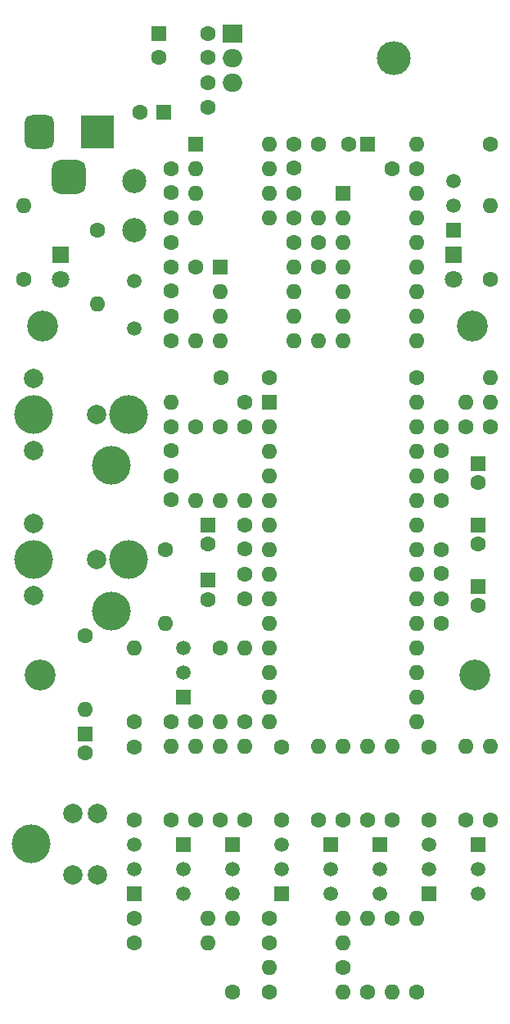
<source format=gts>
%TF.GenerationSoftware,KiCad,Pcbnew,7.0.6*%
%TF.CreationDate,2024-08-31T12:14:03+02:00*%
%TF.ProjectId,Analog-Video-Comb-Filter,416e616c-6f67-42d5-9669-64656f2d436f,rev?*%
%TF.SameCoordinates,PX71d9820PY9157080*%
%TF.FileFunction,Soldermask,Top*%
%TF.FilePolarity,Negative*%
%FSLAX46Y46*%
G04 Gerber Fmt 4.6, Leading zero omitted, Abs format (unit mm)*
G04 Created by KiCad (PCBNEW 7.0.6) date 2024-08-31 12:14:03*
%MOMM*%
%LPD*%
G01*
G04 APERTURE LIST*
G04 Aperture macros list*
%AMRoundRect*
0 Rectangle with rounded corners*
0 $1 Rounding radius*
0 $2 $3 $4 $5 $6 $7 $8 $9 X,Y pos of 4 corners*
0 Add a 4 corners polygon primitive as box body*
4,1,4,$2,$3,$4,$5,$6,$7,$8,$9,$2,$3,0*
0 Add four circle primitives for the rounded corners*
1,1,$1+$1,$2,$3*
1,1,$1+$1,$4,$5*
1,1,$1+$1,$6,$7*
1,1,$1+$1,$8,$9*
0 Add four rect primitives between the rounded corners*
20,1,$1+$1,$2,$3,$4,$5,0*
20,1,$1+$1,$4,$5,$6,$7,0*
20,1,$1+$1,$6,$7,$8,$9,0*
20,1,$1+$1,$8,$9,$2,$3,0*%
G04 Aperture macros list end*
%ADD10C,1.600000*%
%ADD11O,1.600000X1.600000*%
%ADD12R,1.600000X1.600000*%
%ADD13R,3.500000X3.500000*%
%ADD14RoundRect,0.750000X-0.750000X-1.000000X0.750000X-1.000000X0.750000X1.000000X-0.750000X1.000000X0*%
%ADD15RoundRect,0.875000X-0.875000X-0.875000X0.875000X-0.875000X0.875000X0.875000X-0.875000X0.875000X0*%
%ADD16C,2.500000*%
%ADD17R,1.500000X1.500000*%
%ADD18C,1.500000*%
%ADD19O,3.500000X3.500000*%
%ADD20R,2.000000X1.905000*%
%ADD21O,2.000000X1.905000*%
%ADD22C,2.000000*%
%ADD23C,4.000000*%
%ADD24C,3.200000*%
%ADD25R,1.800000X1.800000*%
%ADD26C,1.800000*%
G04 APERTURE END LIST*
D10*
%TO.C,R3*%
X25400000Y2540000D03*
D11*
X25400000Y10160000D03*
%TD*%
D10*
%TO.C,C10*%
X15240000Y27820000D03*
X15240000Y20320000D03*
%TD*%
D12*
%TO.C,U4*%
X36830000Y85090000D03*
D11*
X36830000Y82550000D03*
X36830000Y80010000D03*
X36830000Y77470000D03*
X36830000Y74930000D03*
X36830000Y72390000D03*
X36830000Y69850000D03*
X44450000Y69850000D03*
X44450000Y72390000D03*
X44450000Y74930000D03*
X44450000Y77470000D03*
X44450000Y80010000D03*
X44450000Y82550000D03*
X44450000Y85090000D03*
%TD*%
D10*
%TO.C,R24*%
X15240000Y7620000D03*
D11*
X22860000Y7620000D03*
%TD*%
D10*
%TO.C,L1*%
X10160000Y39370000D03*
D11*
X10160000Y31750000D03*
%TD*%
D10*
%TO.C,R21*%
X19050000Y20320000D03*
D11*
X19050000Y27940000D03*
%TD*%
D10*
%TO.C,R6*%
X26670000Y20320000D03*
D11*
X26670000Y27940000D03*
%TD*%
D10*
%TO.C,C11*%
X31750000Y90170000D03*
X31750000Y87670000D03*
%TD*%
%TO.C,R1*%
X3810000Y76200000D03*
D11*
X3810000Y83820000D03*
%TD*%
D10*
%TO.C,R5*%
X39370000Y2540000D03*
D11*
X39370000Y10160000D03*
%TD*%
D10*
%TO.C,R19*%
X24130000Y38100000D03*
D11*
X24130000Y30480000D03*
%TD*%
D12*
%TO.C,U2*%
X29210000Y63500000D03*
D11*
X29210000Y60960000D03*
X29210000Y58420000D03*
X29210000Y55880000D03*
X29210000Y53340000D03*
X29210000Y50800000D03*
X29210000Y48260000D03*
X29210000Y45720000D03*
X29210000Y43180000D03*
X29210000Y40640000D03*
X29210000Y38100000D03*
X29210000Y35560000D03*
X29210000Y33020000D03*
X29210000Y30480000D03*
X44450000Y30480000D03*
X44450000Y33020000D03*
X44450000Y35560000D03*
X44450000Y38100000D03*
X44450000Y40640000D03*
X44450000Y43180000D03*
X44450000Y45720000D03*
X44450000Y48260000D03*
X44450000Y50800000D03*
X44450000Y53340000D03*
X44450000Y55880000D03*
X44450000Y58420000D03*
X44450000Y60960000D03*
X44450000Y63500000D03*
%TD*%
D10*
%TO.C,C8*%
X22860000Y93980000D03*
X22860000Y96480000D03*
%TD*%
%TO.C,C29*%
X31750000Y82550000D03*
X31750000Y85050000D03*
%TD*%
D12*
%TO.C,C3*%
X17780000Y101600000D03*
D10*
X17780000Y99100000D03*
%TD*%
%TO.C,C19*%
X19050000Y69850000D03*
X19050000Y72350000D03*
%TD*%
%TO.C,R4*%
X41910000Y20320000D03*
D11*
X41910000Y27940000D03*
%TD*%
D10*
%TO.C,R20*%
X15240000Y30480000D03*
D11*
X15240000Y38100000D03*
%TD*%
D10*
%TO.C,L6*%
X49530000Y60960000D03*
D11*
X49530000Y63500000D03*
%TD*%
D13*
%TO.C,J1*%
X11430000Y91440000D03*
D14*
X5430000Y91440000D03*
D15*
X8430000Y86740000D03*
%TD*%
D16*
%TO.C,C24*%
X15240000Y81280000D03*
X15240000Y86360000D03*
%TD*%
D10*
%TO.C,C21*%
X19050000Y80010000D03*
X19050000Y82510000D03*
%TD*%
%TO.C,C17*%
X29210000Y66040000D03*
X24210000Y66040000D03*
%TD*%
D17*
%TO.C,Q3*%
X45720000Y12700000D03*
D18*
X45720000Y15240000D03*
X45720000Y17780000D03*
%TD*%
D10*
%TO.C,R8*%
X49530000Y20320000D03*
D11*
X49530000Y27940000D03*
%TD*%
D10*
%TO.C,C26*%
X19050000Y85130000D03*
X19050000Y87630000D03*
%TD*%
D12*
%TO.C,C9*%
X39370000Y90170000D03*
D10*
X37370000Y90170000D03*
%TD*%
%TO.C,C4*%
X45720000Y27820000D03*
X45720000Y20320000D03*
%TD*%
D17*
%TO.C,Q2*%
X25400000Y17780000D03*
D18*
X25400000Y15240000D03*
X25400000Y12700000D03*
%TD*%
D10*
%TO.C,C33*%
X46990000Y60960000D03*
X46990000Y58460000D03*
%TD*%
D19*
%TO.C,U1*%
X42060000Y99060000D03*
D20*
X25400000Y101600000D03*
D21*
X25400000Y99060000D03*
X25400000Y96520000D03*
%TD*%
D10*
%TO.C,R9*%
X34290000Y20320000D03*
D11*
X34290000Y27940000D03*
%TD*%
D22*
%TO.C,J3*%
X4805000Y43485000D03*
X11305000Y47230000D03*
X4805000Y50975000D03*
D23*
X14605000Y47230000D03*
X4805000Y47230000D03*
X12805000Y41930000D03*
%TD*%
D17*
%TO.C,Q1*%
X40640000Y17780000D03*
D18*
X40640000Y15240000D03*
X40640000Y12700000D03*
%TD*%
D10*
%TO.C,R13*%
X44450000Y2540000D03*
D11*
X44450000Y10160000D03*
%TD*%
D10*
%TO.C,R27*%
X26670000Y63500000D03*
D11*
X19050000Y63500000D03*
%TD*%
D10*
%TO.C,C2*%
X19050000Y30480000D03*
X21550000Y30480000D03*
%TD*%
D18*
%TO.C,Y1*%
X15240000Y76000000D03*
X15240000Y71120000D03*
%TD*%
D10*
%TO.C,C20*%
X46990000Y48260000D03*
X46990000Y45760000D03*
%TD*%
D17*
%TO.C,Q5*%
X50800000Y17780000D03*
D18*
X50800000Y15240000D03*
X50800000Y12700000D03*
%TD*%
D17*
%TO.C,Q6*%
X35560000Y17780000D03*
D18*
X35560000Y15240000D03*
X35560000Y12700000D03*
%TD*%
D10*
%TO.C,L3*%
X24130000Y60960000D03*
D11*
X24130000Y53340000D03*
%TD*%
D10*
%TO.C,C25*%
X46990000Y40640000D03*
X46990000Y43140000D03*
%TD*%
D12*
%TO.C,U3*%
X24130000Y77470000D03*
D11*
X24130000Y74930000D03*
X24130000Y72390000D03*
X24130000Y69850000D03*
X31750000Y69850000D03*
X31750000Y72390000D03*
X31750000Y74930000D03*
X31750000Y77470000D03*
%TD*%
D10*
%TO.C,C22*%
X19050000Y77470000D03*
X19050000Y74970000D03*
%TD*%
%TO.C,R26*%
X26670000Y60960000D03*
D11*
X26670000Y53340000D03*
%TD*%
D17*
%TO.C,Q4*%
X30480000Y12700000D03*
D18*
X30480000Y15240000D03*
X30480000Y17780000D03*
%TD*%
D10*
%TO.C,R29*%
X34290000Y77470000D03*
D11*
X34290000Y69850000D03*
%TD*%
D10*
%TO.C,L4*%
X52070000Y60960000D03*
D11*
X52070000Y63500000D03*
%TD*%
D10*
%TO.C,C5*%
X30480000Y27820000D03*
X30480000Y20320000D03*
%TD*%
D17*
%TO.C,Q8*%
X15240000Y12700000D03*
D18*
X15240000Y15240000D03*
X15240000Y17780000D03*
%TD*%
D10*
%TO.C,R11*%
X29210000Y10160000D03*
D11*
X36830000Y10160000D03*
%TD*%
D10*
%TO.C,C28*%
X19050000Y53380000D03*
X19050000Y55880000D03*
%TD*%
%TO.C,R23*%
X21590000Y20320000D03*
D11*
X21590000Y27940000D03*
%TD*%
D12*
%TO.C,C1*%
X10160000Y29210000D03*
D10*
X10160000Y27210000D03*
%TD*%
D12*
%TO.C,C18*%
X50800000Y44450000D03*
D10*
X50800000Y42450000D03*
%TD*%
%TO.C,R15*%
X29210000Y7620000D03*
D11*
X36830000Y7620000D03*
%TD*%
D10*
%TO.C,R14*%
X36830000Y20320000D03*
D11*
X36830000Y27940000D03*
%TD*%
D10*
%TO.C,L2*%
X52070000Y90170000D03*
D11*
X44450000Y90170000D03*
%TD*%
D10*
%TO.C,R25*%
X24130000Y20320000D03*
D11*
X24130000Y27940000D03*
%TD*%
D10*
%TO.C,R22*%
X15240000Y10160000D03*
D11*
X22860000Y10160000D03*
%TD*%
D17*
%TO.C,Q7*%
X20320000Y33020000D03*
D18*
X20320000Y35560000D03*
X20320000Y38100000D03*
%TD*%
D22*
%TO.C,J2*%
X8890000Y14605000D03*
X8890000Y21005000D03*
X11430000Y14605000D03*
X11430000Y21005000D03*
D23*
X4590000Y17805000D03*
%TD*%
D10*
%TO.C,R18*%
X18415000Y48260000D03*
D11*
X18415000Y40640000D03*
%TD*%
D12*
%TO.C,U5*%
X21590000Y90170000D03*
D11*
X21590000Y87630000D03*
X21590000Y85090000D03*
X21590000Y82550000D03*
X29210000Y82550000D03*
X29210000Y85090000D03*
X29210000Y87630000D03*
X29210000Y90170000D03*
%TD*%
D10*
%TO.C,C12*%
X31750000Y80010000D03*
X34250000Y80010000D03*
%TD*%
%TO.C,R28*%
X21590000Y77470000D03*
D11*
X21590000Y69850000D03*
%TD*%
D10*
%TO.C,R31*%
X34290000Y90170000D03*
D11*
X34290000Y82550000D03*
%TD*%
D10*
%TO.C,R32*%
X52070000Y76200000D03*
D11*
X52070000Y83820000D03*
%TD*%
D12*
%TO.C,C31*%
X50800000Y57150000D03*
D10*
X50800000Y55150000D03*
%TD*%
D22*
%TO.C,J4*%
X4805000Y58485000D03*
X11305000Y62230000D03*
X4805000Y65975000D03*
D23*
X14605000Y62230000D03*
X4805000Y62230000D03*
X12805000Y56930000D03*
%TD*%
D10*
%TO.C,R10*%
X41910000Y10160000D03*
D11*
X41910000Y2540000D03*
%TD*%
D10*
%TO.C,C30*%
X46990000Y53340000D03*
X46990000Y55840000D03*
%TD*%
%TO.C,R16*%
X26670000Y30480000D03*
D11*
X26670000Y38100000D03*
%TD*%
D10*
%TO.C,C13*%
X41910000Y87630000D03*
X44410000Y87630000D03*
%TD*%
%TO.C,C6*%
X22860000Y101600000D03*
X22860000Y99100000D03*
%TD*%
%TO.C,R17*%
X39370000Y20320000D03*
D11*
X39370000Y27940000D03*
%TD*%
D12*
%TO.C,C32*%
X50800000Y50800000D03*
D10*
X50800000Y48800000D03*
%TD*%
D12*
%TO.C,C7*%
X18288000Y93472000D03*
D10*
X15788000Y93472000D03*
%TD*%
%TO.C,R7*%
X36830000Y5080000D03*
D11*
X29210000Y5080000D03*
%TD*%
D17*
%TO.C,Q9*%
X20320000Y17780000D03*
D18*
X20320000Y15240000D03*
X20320000Y12700000D03*
%TD*%
D10*
%TO.C,R30*%
X44450000Y66040000D03*
D11*
X52070000Y66040000D03*
%TD*%
D10*
%TO.C,R33*%
X11430000Y81280000D03*
D11*
X11430000Y73660000D03*
%TD*%
D24*
%TO.C,N1*%
X5440000Y35290000D03*
X5715000Y71340000D03*
X50165000Y71340000D03*
X50440000Y35290000D03*
%TD*%
D10*
%TO.C,L5*%
X21590000Y60960000D03*
D11*
X21590000Y53340000D03*
%TD*%
D17*
%TO.C,Q10*%
X48260000Y81280000D03*
D18*
X48260000Y83820000D03*
X48260000Y86360000D03*
%TD*%
D10*
%TO.C,C16*%
X26670000Y48300000D03*
X26670000Y50800000D03*
%TD*%
%TO.C,C27*%
X26670000Y45680000D03*
X26670000Y43180000D03*
%TD*%
D12*
%TO.C,C23*%
X22860000Y45085000D03*
D10*
X22860000Y43085000D03*
%TD*%
%TO.C,R2*%
X29210000Y2540000D03*
D11*
X36830000Y2540000D03*
%TD*%
D10*
%TO.C,R12*%
X52070000Y20320000D03*
D11*
X52070000Y27940000D03*
%TD*%
D12*
%TO.C,C14*%
X22860000Y50800000D03*
D10*
X22860000Y48800000D03*
%TD*%
%TO.C,C15*%
X19050000Y60960000D03*
X19050000Y58460000D03*
%TD*%
D25*
%TO.C,D2*%
X48260000Y78740000D03*
D26*
X48260000Y76200000D03*
%TD*%
D25*
%TO.C,D1*%
X7620000Y78740000D03*
D26*
X7620000Y76200000D03*
%TD*%
M02*

</source>
